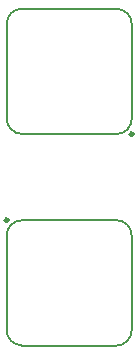
<source format=gbo>
%FSLAX23Y23*%
%MOIN*%
G70*
G01*
G75*
G04 Layer_Color=32896*
%ADD10C,0.059*%
%ADD11R,0.059X0.059*%
%ADD12C,0.024*%
%ADD13C,0.008*%
%ADD14C,0.067*%
%ADD15R,0.067X0.067*%
%ADD16C,0.028*%
%ADD17C,0.012*%
%ADD18C,0.006*%
D17*
X157Y477D02*
G03*
X157Y477I-5J0D01*
G01*
X574Y763D02*
G03*
X574Y763I-5J0D01*
G01*
D18*
X569Y425D02*
G03*
X518Y476I-51J0D01*
G01*
X203D02*
G03*
X152Y425I0J-51D01*
G01*
Y110D02*
G03*
X203Y58I51J0D01*
G01*
X518D02*
G03*
X569Y110I0J51D01*
G01*
X152Y815D02*
G03*
X203Y763I51J0D01*
G01*
X518D02*
G03*
X569Y815I0J51D01*
G01*
Y1130D02*
G03*
X518Y1181I-51J0D01*
G01*
X203D02*
G03*
X152Y1130I0J-51D01*
G01*
X569Y110D02*
Y425D01*
X203Y476D02*
X518D01*
X152Y110D02*
Y425D01*
X203Y58D02*
X518D01*
X152Y815D02*
Y1130D01*
X203Y763D02*
X518D01*
X569Y815D02*
Y1130D01*
X203Y1181D02*
X518D01*
M02*

</source>
